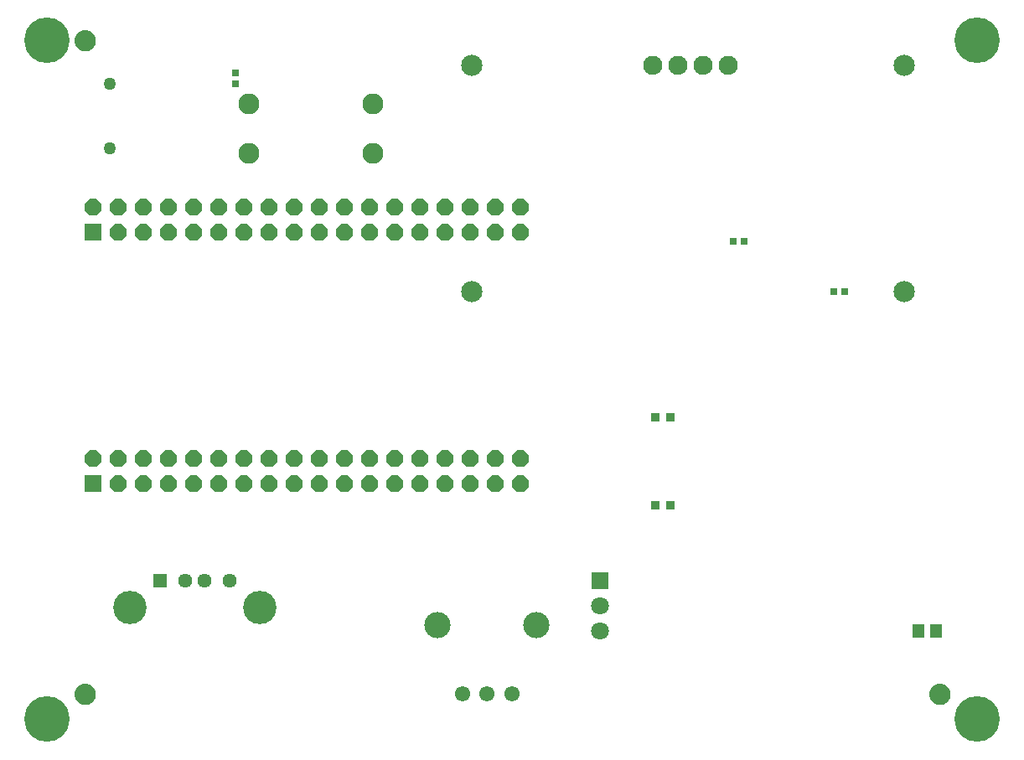
<source format=gbr>
G04 EAGLE Gerber RS-274X export*
G75*
%MOMM*%
%FSLAX34Y34*%
%LPD*%
%INSoldermask Top*%
%IPPOS*%
%AMOC8*
5,1,8,0,0,1.08239X$1,22.5*%
G01*
%ADD10R,1.676400X1.676400*%
%ADD11P,1.814519X8X22.500000*%
%ADD12R,1.440400X1.440400*%
%ADD13C,1.440400*%
%ADD14C,3.372400*%
%ADD15R,1.803400X1.803400*%
%ADD16C,1.803400*%
%ADD17C,1.272400*%
%ADD18R,0.952400X0.952400*%
%ADD19C,1.552400*%
%ADD20C,2.652400*%
%ADD21C,2.112400*%
%ADD22R,0.660400X0.762000*%
%ADD23C,2.152400*%
%ADD24C,1.930400*%
%ADD25R,0.762000X0.660400*%
%ADD26C,4.597400*%
%ADD27C,0.609600*%
%ADD28C,1.168400*%
%ADD29R,1.295400X1.422400*%


D10*
X84500Y276600D03*
D11*
X84500Y302000D03*
X109900Y276600D03*
X109900Y302000D03*
X135300Y276600D03*
X135300Y302000D03*
X160700Y276600D03*
X160700Y302000D03*
X186100Y276600D03*
X186100Y302000D03*
X211500Y276600D03*
X211500Y302000D03*
X236900Y276600D03*
X236900Y302000D03*
X262300Y276600D03*
X262300Y302000D03*
X287700Y276600D03*
X287700Y302000D03*
X313100Y276600D03*
X313100Y302000D03*
X338500Y276600D03*
X338500Y302000D03*
X363900Y276600D03*
X363900Y302000D03*
X389300Y276600D03*
X389300Y302000D03*
X414700Y276600D03*
X414700Y302000D03*
X440100Y276600D03*
X440100Y302000D03*
X465500Y276600D03*
X465500Y302000D03*
X490900Y276600D03*
X490900Y302000D03*
X516300Y276600D03*
X516300Y302000D03*
D10*
X84500Y530600D03*
D11*
X84500Y556000D03*
X109900Y530600D03*
X109900Y556000D03*
X135300Y530600D03*
X135300Y556000D03*
X160700Y530600D03*
X160700Y556000D03*
X186100Y530600D03*
X186100Y556000D03*
X211500Y530600D03*
X211500Y556000D03*
X236900Y530600D03*
X236900Y556000D03*
X262300Y530600D03*
X262300Y556000D03*
X287700Y530600D03*
X287700Y556000D03*
X313100Y530600D03*
X313100Y556000D03*
X338500Y530600D03*
X338500Y556000D03*
X363900Y530600D03*
X363900Y556000D03*
X389300Y530600D03*
X389300Y556000D03*
X414700Y530600D03*
X414700Y556000D03*
X440100Y530600D03*
X440100Y556000D03*
X465500Y530600D03*
X465500Y556000D03*
X490900Y530600D03*
X490900Y556000D03*
X516300Y530600D03*
X516300Y556000D03*
D12*
X152400Y177800D03*
D13*
X177400Y177800D03*
X197400Y177800D03*
X222400Y177800D03*
D14*
X121700Y150700D03*
X253100Y150700D03*
D15*
X596900Y177800D03*
D16*
X596900Y152400D03*
X596900Y127000D03*
D17*
X101600Y680200D03*
X101600Y615200D03*
D18*
X652900Y342900D03*
X667900Y342900D03*
X652900Y254000D03*
X667900Y254000D03*
D19*
X457600Y63500D03*
X482600Y63500D03*
X507600Y63500D03*
D20*
X432600Y133500D03*
X532600Y133500D03*
D21*
X367300Y660000D03*
X367300Y610000D03*
X242300Y610000D03*
X242300Y660000D03*
D22*
X228600Y680212D03*
X228600Y691388D03*
D23*
X467360Y469900D03*
X904240Y469900D03*
X467360Y698500D03*
X904240Y698500D03*
D24*
X726440Y698500D03*
X701040Y698500D03*
X675640Y698500D03*
X650240Y698500D03*
D25*
X731012Y520700D03*
X742188Y520700D03*
X832612Y469900D03*
X843788Y469900D03*
D26*
X38100Y38100D03*
X38100Y723900D03*
X977900Y723900D03*
X977900Y38100D03*
D27*
X68580Y63500D02*
X68582Y63687D01*
X68589Y63874D01*
X68601Y64061D01*
X68617Y64247D01*
X68637Y64433D01*
X68662Y64618D01*
X68692Y64803D01*
X68726Y64987D01*
X68765Y65170D01*
X68808Y65352D01*
X68856Y65532D01*
X68908Y65712D01*
X68965Y65890D01*
X69025Y66067D01*
X69091Y66242D01*
X69160Y66416D01*
X69234Y66588D01*
X69312Y66758D01*
X69394Y66926D01*
X69480Y67092D01*
X69570Y67256D01*
X69664Y67417D01*
X69762Y67577D01*
X69864Y67733D01*
X69970Y67888D01*
X70080Y68039D01*
X70193Y68188D01*
X70310Y68334D01*
X70430Y68477D01*
X70554Y68617D01*
X70681Y68754D01*
X70812Y68888D01*
X70946Y69019D01*
X71083Y69146D01*
X71223Y69270D01*
X71366Y69390D01*
X71512Y69507D01*
X71661Y69620D01*
X71812Y69730D01*
X71967Y69836D01*
X72123Y69938D01*
X72283Y70036D01*
X72444Y70130D01*
X72608Y70220D01*
X72774Y70306D01*
X72942Y70388D01*
X73112Y70466D01*
X73284Y70540D01*
X73458Y70609D01*
X73633Y70675D01*
X73810Y70735D01*
X73988Y70792D01*
X74168Y70844D01*
X74348Y70892D01*
X74530Y70935D01*
X74713Y70974D01*
X74897Y71008D01*
X75082Y71038D01*
X75267Y71063D01*
X75453Y71083D01*
X75639Y71099D01*
X75826Y71111D01*
X76013Y71118D01*
X76200Y71120D01*
X76387Y71118D01*
X76574Y71111D01*
X76761Y71099D01*
X76947Y71083D01*
X77133Y71063D01*
X77318Y71038D01*
X77503Y71008D01*
X77687Y70974D01*
X77870Y70935D01*
X78052Y70892D01*
X78232Y70844D01*
X78412Y70792D01*
X78590Y70735D01*
X78767Y70675D01*
X78942Y70609D01*
X79116Y70540D01*
X79288Y70466D01*
X79458Y70388D01*
X79626Y70306D01*
X79792Y70220D01*
X79956Y70130D01*
X80117Y70036D01*
X80277Y69938D01*
X80433Y69836D01*
X80588Y69730D01*
X80739Y69620D01*
X80888Y69507D01*
X81034Y69390D01*
X81177Y69270D01*
X81317Y69146D01*
X81454Y69019D01*
X81588Y68888D01*
X81719Y68754D01*
X81846Y68617D01*
X81970Y68477D01*
X82090Y68334D01*
X82207Y68188D01*
X82320Y68039D01*
X82430Y67888D01*
X82536Y67733D01*
X82638Y67577D01*
X82736Y67417D01*
X82830Y67256D01*
X82920Y67092D01*
X83006Y66926D01*
X83088Y66758D01*
X83166Y66588D01*
X83240Y66416D01*
X83309Y66242D01*
X83375Y66067D01*
X83435Y65890D01*
X83492Y65712D01*
X83544Y65532D01*
X83592Y65352D01*
X83635Y65170D01*
X83674Y64987D01*
X83708Y64803D01*
X83738Y64618D01*
X83763Y64433D01*
X83783Y64247D01*
X83799Y64061D01*
X83811Y63874D01*
X83818Y63687D01*
X83820Y63500D01*
X83818Y63313D01*
X83811Y63126D01*
X83799Y62939D01*
X83783Y62753D01*
X83763Y62567D01*
X83738Y62382D01*
X83708Y62197D01*
X83674Y62013D01*
X83635Y61830D01*
X83592Y61648D01*
X83544Y61468D01*
X83492Y61288D01*
X83435Y61110D01*
X83375Y60933D01*
X83309Y60758D01*
X83240Y60584D01*
X83166Y60412D01*
X83088Y60242D01*
X83006Y60074D01*
X82920Y59908D01*
X82830Y59744D01*
X82736Y59583D01*
X82638Y59423D01*
X82536Y59267D01*
X82430Y59112D01*
X82320Y58961D01*
X82207Y58812D01*
X82090Y58666D01*
X81970Y58523D01*
X81846Y58383D01*
X81719Y58246D01*
X81588Y58112D01*
X81454Y57981D01*
X81317Y57854D01*
X81177Y57730D01*
X81034Y57610D01*
X80888Y57493D01*
X80739Y57380D01*
X80588Y57270D01*
X80433Y57164D01*
X80277Y57062D01*
X80117Y56964D01*
X79956Y56870D01*
X79792Y56780D01*
X79626Y56694D01*
X79458Y56612D01*
X79288Y56534D01*
X79116Y56460D01*
X78942Y56391D01*
X78767Y56325D01*
X78590Y56265D01*
X78412Y56208D01*
X78232Y56156D01*
X78052Y56108D01*
X77870Y56065D01*
X77687Y56026D01*
X77503Y55992D01*
X77318Y55962D01*
X77133Y55937D01*
X76947Y55917D01*
X76761Y55901D01*
X76574Y55889D01*
X76387Y55882D01*
X76200Y55880D01*
X76013Y55882D01*
X75826Y55889D01*
X75639Y55901D01*
X75453Y55917D01*
X75267Y55937D01*
X75082Y55962D01*
X74897Y55992D01*
X74713Y56026D01*
X74530Y56065D01*
X74348Y56108D01*
X74168Y56156D01*
X73988Y56208D01*
X73810Y56265D01*
X73633Y56325D01*
X73458Y56391D01*
X73284Y56460D01*
X73112Y56534D01*
X72942Y56612D01*
X72774Y56694D01*
X72608Y56780D01*
X72444Y56870D01*
X72283Y56964D01*
X72123Y57062D01*
X71967Y57164D01*
X71812Y57270D01*
X71661Y57380D01*
X71512Y57493D01*
X71366Y57610D01*
X71223Y57730D01*
X71083Y57854D01*
X70946Y57981D01*
X70812Y58112D01*
X70681Y58246D01*
X70554Y58383D01*
X70430Y58523D01*
X70310Y58666D01*
X70193Y58812D01*
X70080Y58961D01*
X69970Y59112D01*
X69864Y59267D01*
X69762Y59423D01*
X69664Y59583D01*
X69570Y59744D01*
X69480Y59908D01*
X69394Y60074D01*
X69312Y60242D01*
X69234Y60412D01*
X69160Y60584D01*
X69091Y60758D01*
X69025Y60933D01*
X68965Y61110D01*
X68908Y61288D01*
X68856Y61468D01*
X68808Y61648D01*
X68765Y61830D01*
X68726Y62013D01*
X68692Y62197D01*
X68662Y62382D01*
X68637Y62567D01*
X68617Y62753D01*
X68601Y62939D01*
X68589Y63126D01*
X68582Y63313D01*
X68580Y63500D01*
D28*
X76200Y63500D03*
D27*
X68580Y723900D02*
X68582Y724087D01*
X68589Y724274D01*
X68601Y724461D01*
X68617Y724647D01*
X68637Y724833D01*
X68662Y725018D01*
X68692Y725203D01*
X68726Y725387D01*
X68765Y725570D01*
X68808Y725752D01*
X68856Y725932D01*
X68908Y726112D01*
X68965Y726290D01*
X69025Y726467D01*
X69091Y726642D01*
X69160Y726816D01*
X69234Y726988D01*
X69312Y727158D01*
X69394Y727326D01*
X69480Y727492D01*
X69570Y727656D01*
X69664Y727817D01*
X69762Y727977D01*
X69864Y728133D01*
X69970Y728288D01*
X70080Y728439D01*
X70193Y728588D01*
X70310Y728734D01*
X70430Y728877D01*
X70554Y729017D01*
X70681Y729154D01*
X70812Y729288D01*
X70946Y729419D01*
X71083Y729546D01*
X71223Y729670D01*
X71366Y729790D01*
X71512Y729907D01*
X71661Y730020D01*
X71812Y730130D01*
X71967Y730236D01*
X72123Y730338D01*
X72283Y730436D01*
X72444Y730530D01*
X72608Y730620D01*
X72774Y730706D01*
X72942Y730788D01*
X73112Y730866D01*
X73284Y730940D01*
X73458Y731009D01*
X73633Y731075D01*
X73810Y731135D01*
X73988Y731192D01*
X74168Y731244D01*
X74348Y731292D01*
X74530Y731335D01*
X74713Y731374D01*
X74897Y731408D01*
X75082Y731438D01*
X75267Y731463D01*
X75453Y731483D01*
X75639Y731499D01*
X75826Y731511D01*
X76013Y731518D01*
X76200Y731520D01*
X76387Y731518D01*
X76574Y731511D01*
X76761Y731499D01*
X76947Y731483D01*
X77133Y731463D01*
X77318Y731438D01*
X77503Y731408D01*
X77687Y731374D01*
X77870Y731335D01*
X78052Y731292D01*
X78232Y731244D01*
X78412Y731192D01*
X78590Y731135D01*
X78767Y731075D01*
X78942Y731009D01*
X79116Y730940D01*
X79288Y730866D01*
X79458Y730788D01*
X79626Y730706D01*
X79792Y730620D01*
X79956Y730530D01*
X80117Y730436D01*
X80277Y730338D01*
X80433Y730236D01*
X80588Y730130D01*
X80739Y730020D01*
X80888Y729907D01*
X81034Y729790D01*
X81177Y729670D01*
X81317Y729546D01*
X81454Y729419D01*
X81588Y729288D01*
X81719Y729154D01*
X81846Y729017D01*
X81970Y728877D01*
X82090Y728734D01*
X82207Y728588D01*
X82320Y728439D01*
X82430Y728288D01*
X82536Y728133D01*
X82638Y727977D01*
X82736Y727817D01*
X82830Y727656D01*
X82920Y727492D01*
X83006Y727326D01*
X83088Y727158D01*
X83166Y726988D01*
X83240Y726816D01*
X83309Y726642D01*
X83375Y726467D01*
X83435Y726290D01*
X83492Y726112D01*
X83544Y725932D01*
X83592Y725752D01*
X83635Y725570D01*
X83674Y725387D01*
X83708Y725203D01*
X83738Y725018D01*
X83763Y724833D01*
X83783Y724647D01*
X83799Y724461D01*
X83811Y724274D01*
X83818Y724087D01*
X83820Y723900D01*
X83818Y723713D01*
X83811Y723526D01*
X83799Y723339D01*
X83783Y723153D01*
X83763Y722967D01*
X83738Y722782D01*
X83708Y722597D01*
X83674Y722413D01*
X83635Y722230D01*
X83592Y722048D01*
X83544Y721868D01*
X83492Y721688D01*
X83435Y721510D01*
X83375Y721333D01*
X83309Y721158D01*
X83240Y720984D01*
X83166Y720812D01*
X83088Y720642D01*
X83006Y720474D01*
X82920Y720308D01*
X82830Y720144D01*
X82736Y719983D01*
X82638Y719823D01*
X82536Y719667D01*
X82430Y719512D01*
X82320Y719361D01*
X82207Y719212D01*
X82090Y719066D01*
X81970Y718923D01*
X81846Y718783D01*
X81719Y718646D01*
X81588Y718512D01*
X81454Y718381D01*
X81317Y718254D01*
X81177Y718130D01*
X81034Y718010D01*
X80888Y717893D01*
X80739Y717780D01*
X80588Y717670D01*
X80433Y717564D01*
X80277Y717462D01*
X80117Y717364D01*
X79956Y717270D01*
X79792Y717180D01*
X79626Y717094D01*
X79458Y717012D01*
X79288Y716934D01*
X79116Y716860D01*
X78942Y716791D01*
X78767Y716725D01*
X78590Y716665D01*
X78412Y716608D01*
X78232Y716556D01*
X78052Y716508D01*
X77870Y716465D01*
X77687Y716426D01*
X77503Y716392D01*
X77318Y716362D01*
X77133Y716337D01*
X76947Y716317D01*
X76761Y716301D01*
X76574Y716289D01*
X76387Y716282D01*
X76200Y716280D01*
X76013Y716282D01*
X75826Y716289D01*
X75639Y716301D01*
X75453Y716317D01*
X75267Y716337D01*
X75082Y716362D01*
X74897Y716392D01*
X74713Y716426D01*
X74530Y716465D01*
X74348Y716508D01*
X74168Y716556D01*
X73988Y716608D01*
X73810Y716665D01*
X73633Y716725D01*
X73458Y716791D01*
X73284Y716860D01*
X73112Y716934D01*
X72942Y717012D01*
X72774Y717094D01*
X72608Y717180D01*
X72444Y717270D01*
X72283Y717364D01*
X72123Y717462D01*
X71967Y717564D01*
X71812Y717670D01*
X71661Y717780D01*
X71512Y717893D01*
X71366Y718010D01*
X71223Y718130D01*
X71083Y718254D01*
X70946Y718381D01*
X70812Y718512D01*
X70681Y718646D01*
X70554Y718783D01*
X70430Y718923D01*
X70310Y719066D01*
X70193Y719212D01*
X70080Y719361D01*
X69970Y719512D01*
X69864Y719667D01*
X69762Y719823D01*
X69664Y719983D01*
X69570Y720144D01*
X69480Y720308D01*
X69394Y720474D01*
X69312Y720642D01*
X69234Y720812D01*
X69160Y720984D01*
X69091Y721158D01*
X69025Y721333D01*
X68965Y721510D01*
X68908Y721688D01*
X68856Y721868D01*
X68808Y722048D01*
X68765Y722230D01*
X68726Y722413D01*
X68692Y722597D01*
X68662Y722782D01*
X68637Y722967D01*
X68617Y723153D01*
X68601Y723339D01*
X68589Y723526D01*
X68582Y723713D01*
X68580Y723900D01*
D28*
X76200Y723900D03*
D27*
X932180Y63500D02*
X932182Y63687D01*
X932189Y63874D01*
X932201Y64061D01*
X932217Y64247D01*
X932237Y64433D01*
X932262Y64618D01*
X932292Y64803D01*
X932326Y64987D01*
X932365Y65170D01*
X932408Y65352D01*
X932456Y65532D01*
X932508Y65712D01*
X932565Y65890D01*
X932625Y66067D01*
X932691Y66242D01*
X932760Y66416D01*
X932834Y66588D01*
X932912Y66758D01*
X932994Y66926D01*
X933080Y67092D01*
X933170Y67256D01*
X933264Y67417D01*
X933362Y67577D01*
X933464Y67733D01*
X933570Y67888D01*
X933680Y68039D01*
X933793Y68188D01*
X933910Y68334D01*
X934030Y68477D01*
X934154Y68617D01*
X934281Y68754D01*
X934412Y68888D01*
X934546Y69019D01*
X934683Y69146D01*
X934823Y69270D01*
X934966Y69390D01*
X935112Y69507D01*
X935261Y69620D01*
X935412Y69730D01*
X935567Y69836D01*
X935723Y69938D01*
X935883Y70036D01*
X936044Y70130D01*
X936208Y70220D01*
X936374Y70306D01*
X936542Y70388D01*
X936712Y70466D01*
X936884Y70540D01*
X937058Y70609D01*
X937233Y70675D01*
X937410Y70735D01*
X937588Y70792D01*
X937768Y70844D01*
X937948Y70892D01*
X938130Y70935D01*
X938313Y70974D01*
X938497Y71008D01*
X938682Y71038D01*
X938867Y71063D01*
X939053Y71083D01*
X939239Y71099D01*
X939426Y71111D01*
X939613Y71118D01*
X939800Y71120D01*
X939987Y71118D01*
X940174Y71111D01*
X940361Y71099D01*
X940547Y71083D01*
X940733Y71063D01*
X940918Y71038D01*
X941103Y71008D01*
X941287Y70974D01*
X941470Y70935D01*
X941652Y70892D01*
X941832Y70844D01*
X942012Y70792D01*
X942190Y70735D01*
X942367Y70675D01*
X942542Y70609D01*
X942716Y70540D01*
X942888Y70466D01*
X943058Y70388D01*
X943226Y70306D01*
X943392Y70220D01*
X943556Y70130D01*
X943717Y70036D01*
X943877Y69938D01*
X944033Y69836D01*
X944188Y69730D01*
X944339Y69620D01*
X944488Y69507D01*
X944634Y69390D01*
X944777Y69270D01*
X944917Y69146D01*
X945054Y69019D01*
X945188Y68888D01*
X945319Y68754D01*
X945446Y68617D01*
X945570Y68477D01*
X945690Y68334D01*
X945807Y68188D01*
X945920Y68039D01*
X946030Y67888D01*
X946136Y67733D01*
X946238Y67577D01*
X946336Y67417D01*
X946430Y67256D01*
X946520Y67092D01*
X946606Y66926D01*
X946688Y66758D01*
X946766Y66588D01*
X946840Y66416D01*
X946909Y66242D01*
X946975Y66067D01*
X947035Y65890D01*
X947092Y65712D01*
X947144Y65532D01*
X947192Y65352D01*
X947235Y65170D01*
X947274Y64987D01*
X947308Y64803D01*
X947338Y64618D01*
X947363Y64433D01*
X947383Y64247D01*
X947399Y64061D01*
X947411Y63874D01*
X947418Y63687D01*
X947420Y63500D01*
X947418Y63313D01*
X947411Y63126D01*
X947399Y62939D01*
X947383Y62753D01*
X947363Y62567D01*
X947338Y62382D01*
X947308Y62197D01*
X947274Y62013D01*
X947235Y61830D01*
X947192Y61648D01*
X947144Y61468D01*
X947092Y61288D01*
X947035Y61110D01*
X946975Y60933D01*
X946909Y60758D01*
X946840Y60584D01*
X946766Y60412D01*
X946688Y60242D01*
X946606Y60074D01*
X946520Y59908D01*
X946430Y59744D01*
X946336Y59583D01*
X946238Y59423D01*
X946136Y59267D01*
X946030Y59112D01*
X945920Y58961D01*
X945807Y58812D01*
X945690Y58666D01*
X945570Y58523D01*
X945446Y58383D01*
X945319Y58246D01*
X945188Y58112D01*
X945054Y57981D01*
X944917Y57854D01*
X944777Y57730D01*
X944634Y57610D01*
X944488Y57493D01*
X944339Y57380D01*
X944188Y57270D01*
X944033Y57164D01*
X943877Y57062D01*
X943717Y56964D01*
X943556Y56870D01*
X943392Y56780D01*
X943226Y56694D01*
X943058Y56612D01*
X942888Y56534D01*
X942716Y56460D01*
X942542Y56391D01*
X942367Y56325D01*
X942190Y56265D01*
X942012Y56208D01*
X941832Y56156D01*
X941652Y56108D01*
X941470Y56065D01*
X941287Y56026D01*
X941103Y55992D01*
X940918Y55962D01*
X940733Y55937D01*
X940547Y55917D01*
X940361Y55901D01*
X940174Y55889D01*
X939987Y55882D01*
X939800Y55880D01*
X939613Y55882D01*
X939426Y55889D01*
X939239Y55901D01*
X939053Y55917D01*
X938867Y55937D01*
X938682Y55962D01*
X938497Y55992D01*
X938313Y56026D01*
X938130Y56065D01*
X937948Y56108D01*
X937768Y56156D01*
X937588Y56208D01*
X937410Y56265D01*
X937233Y56325D01*
X937058Y56391D01*
X936884Y56460D01*
X936712Y56534D01*
X936542Y56612D01*
X936374Y56694D01*
X936208Y56780D01*
X936044Y56870D01*
X935883Y56964D01*
X935723Y57062D01*
X935567Y57164D01*
X935412Y57270D01*
X935261Y57380D01*
X935112Y57493D01*
X934966Y57610D01*
X934823Y57730D01*
X934683Y57854D01*
X934546Y57981D01*
X934412Y58112D01*
X934281Y58246D01*
X934154Y58383D01*
X934030Y58523D01*
X933910Y58666D01*
X933793Y58812D01*
X933680Y58961D01*
X933570Y59112D01*
X933464Y59267D01*
X933362Y59423D01*
X933264Y59583D01*
X933170Y59744D01*
X933080Y59908D01*
X932994Y60074D01*
X932912Y60242D01*
X932834Y60412D01*
X932760Y60584D01*
X932691Y60758D01*
X932625Y60933D01*
X932565Y61110D01*
X932508Y61288D01*
X932456Y61468D01*
X932408Y61648D01*
X932365Y61830D01*
X932326Y62013D01*
X932292Y62197D01*
X932262Y62382D01*
X932237Y62567D01*
X932217Y62753D01*
X932201Y62939D01*
X932189Y63126D01*
X932182Y63313D01*
X932180Y63500D01*
D28*
X939800Y63500D03*
D29*
X918210Y127000D03*
X935990Y127000D03*
M02*

</source>
